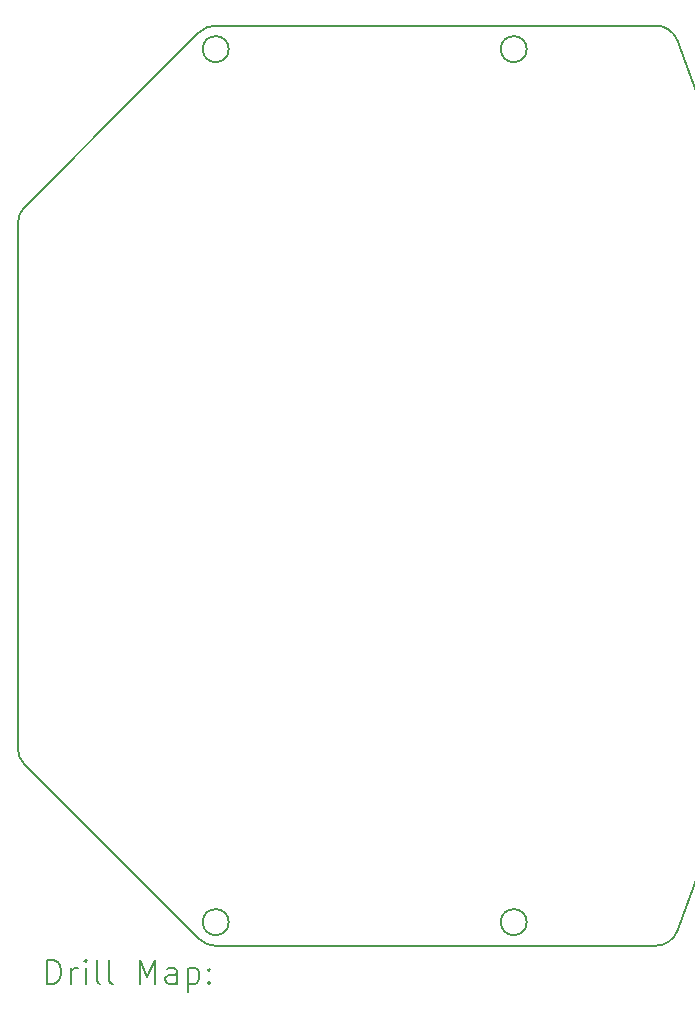
<source format=gbr>
%TF.GenerationSoftware,KiCad,Pcbnew,7.0.9*%
%TF.CreationDate,2024-06-22T14:47:41+09:00*%
%TF.ProjectId,Drive,44726976-652e-46b6-9963-61645f706362,rev?*%
%TF.SameCoordinates,Original*%
%TF.FileFunction,Drillmap*%
%TF.FilePolarity,Positive*%
%FSLAX45Y45*%
G04 Gerber Fmt 4.5, Leading zero omitted, Abs format (unit mm)*
G04 Created by KiCad (PCBNEW 7.0.9) date 2024-06-22 14:47:41*
%MOMM*%
%LPD*%
G01*
G04 APERTURE LIST*
%ADD10C,0.200000*%
G04 APERTURE END LIST*
D10*
X16617730Y-12527601D02*
G75*
G03*
X16617730Y-4989817I-9585690J3768892D01*
G01*
X12095511Y-5392295D02*
X11090619Y-6397187D01*
X11032040Y-6538608D02*
X11032040Y-10978810D01*
X14997598Y-12654419D02*
X16431600Y-12654419D01*
X12566228Y-12595839D02*
G75*
G03*
X12707648Y-12654419I141422J141419D01*
G01*
X14997598Y-4863000D02*
X12707648Y-4863000D01*
X12817648Y-12454419D02*
G75*
G03*
X12817648Y-12454419I-110000J0D01*
G01*
X11090619Y-11120232D02*
X12566227Y-12595840D01*
X16617730Y-4989817D02*
G75*
G03*
X16431600Y-4863000I-186130J-73183D01*
G01*
X16431600Y-4863000D02*
X14997598Y-4863000D01*
X12566227Y-4921579D02*
X12095511Y-5392295D01*
X12707648Y-4862999D02*
G75*
G03*
X12566227Y-4921579I2J-200001D01*
G01*
X11090619Y-6397188D02*
G75*
G03*
X11032040Y-6538608I141421J-141422D01*
G01*
X12707648Y-12654419D02*
X14997598Y-12654419D01*
X12817648Y-5063000D02*
G75*
G03*
X12817648Y-5063000I-110000J0D01*
G01*
X11032040Y-10978810D02*
G75*
G03*
X11090619Y-11120232I200000J0D01*
G01*
X15341600Y-12454419D02*
G75*
G03*
X15341600Y-12454419I-110000J0D01*
G01*
X15341600Y-5063000D02*
G75*
G03*
X15341600Y-5063000I-110000J0D01*
G01*
X16431600Y-12654420D02*
G75*
G03*
X16617730Y-12527601I0J200000D01*
G01*
X11282817Y-12975903D02*
X11282817Y-12775903D01*
X11282817Y-12775903D02*
X11330436Y-12775903D01*
X11330436Y-12775903D02*
X11359007Y-12785427D01*
X11359007Y-12785427D02*
X11378055Y-12804474D01*
X11378055Y-12804474D02*
X11387579Y-12823522D01*
X11387579Y-12823522D02*
X11397102Y-12861617D01*
X11397102Y-12861617D02*
X11397102Y-12890188D01*
X11397102Y-12890188D02*
X11387579Y-12928284D01*
X11387579Y-12928284D02*
X11378055Y-12947331D01*
X11378055Y-12947331D02*
X11359007Y-12966379D01*
X11359007Y-12966379D02*
X11330436Y-12975903D01*
X11330436Y-12975903D02*
X11282817Y-12975903D01*
X11482817Y-12975903D02*
X11482817Y-12842569D01*
X11482817Y-12880665D02*
X11492340Y-12861617D01*
X11492340Y-12861617D02*
X11501864Y-12852093D01*
X11501864Y-12852093D02*
X11520912Y-12842569D01*
X11520912Y-12842569D02*
X11539960Y-12842569D01*
X11606626Y-12975903D02*
X11606626Y-12842569D01*
X11606626Y-12775903D02*
X11597102Y-12785427D01*
X11597102Y-12785427D02*
X11606626Y-12794950D01*
X11606626Y-12794950D02*
X11616150Y-12785427D01*
X11616150Y-12785427D02*
X11606626Y-12775903D01*
X11606626Y-12775903D02*
X11606626Y-12794950D01*
X11730436Y-12975903D02*
X11711388Y-12966379D01*
X11711388Y-12966379D02*
X11701864Y-12947331D01*
X11701864Y-12947331D02*
X11701864Y-12775903D01*
X11835198Y-12975903D02*
X11816150Y-12966379D01*
X11816150Y-12966379D02*
X11806626Y-12947331D01*
X11806626Y-12947331D02*
X11806626Y-12775903D01*
X12063769Y-12975903D02*
X12063769Y-12775903D01*
X12063769Y-12775903D02*
X12130436Y-12918760D01*
X12130436Y-12918760D02*
X12197102Y-12775903D01*
X12197102Y-12775903D02*
X12197102Y-12975903D01*
X12378055Y-12975903D02*
X12378055Y-12871141D01*
X12378055Y-12871141D02*
X12368531Y-12852093D01*
X12368531Y-12852093D02*
X12349483Y-12842569D01*
X12349483Y-12842569D02*
X12311388Y-12842569D01*
X12311388Y-12842569D02*
X12292340Y-12852093D01*
X12378055Y-12966379D02*
X12359007Y-12975903D01*
X12359007Y-12975903D02*
X12311388Y-12975903D01*
X12311388Y-12975903D02*
X12292340Y-12966379D01*
X12292340Y-12966379D02*
X12282817Y-12947331D01*
X12282817Y-12947331D02*
X12282817Y-12928284D01*
X12282817Y-12928284D02*
X12292340Y-12909236D01*
X12292340Y-12909236D02*
X12311388Y-12899712D01*
X12311388Y-12899712D02*
X12359007Y-12899712D01*
X12359007Y-12899712D02*
X12378055Y-12890188D01*
X12473293Y-12842569D02*
X12473293Y-13042569D01*
X12473293Y-12852093D02*
X12492340Y-12842569D01*
X12492340Y-12842569D02*
X12530436Y-12842569D01*
X12530436Y-12842569D02*
X12549483Y-12852093D01*
X12549483Y-12852093D02*
X12559007Y-12861617D01*
X12559007Y-12861617D02*
X12568531Y-12880665D01*
X12568531Y-12880665D02*
X12568531Y-12937807D01*
X12568531Y-12937807D02*
X12559007Y-12956855D01*
X12559007Y-12956855D02*
X12549483Y-12966379D01*
X12549483Y-12966379D02*
X12530436Y-12975903D01*
X12530436Y-12975903D02*
X12492340Y-12975903D01*
X12492340Y-12975903D02*
X12473293Y-12966379D01*
X12654245Y-12956855D02*
X12663769Y-12966379D01*
X12663769Y-12966379D02*
X12654245Y-12975903D01*
X12654245Y-12975903D02*
X12644721Y-12966379D01*
X12644721Y-12966379D02*
X12654245Y-12956855D01*
X12654245Y-12956855D02*
X12654245Y-12975903D01*
X12654245Y-12852093D02*
X12663769Y-12861617D01*
X12663769Y-12861617D02*
X12654245Y-12871141D01*
X12654245Y-12871141D02*
X12644721Y-12861617D01*
X12644721Y-12861617D02*
X12654245Y-12852093D01*
X12654245Y-12852093D02*
X12654245Y-12871141D01*
M02*

</source>
